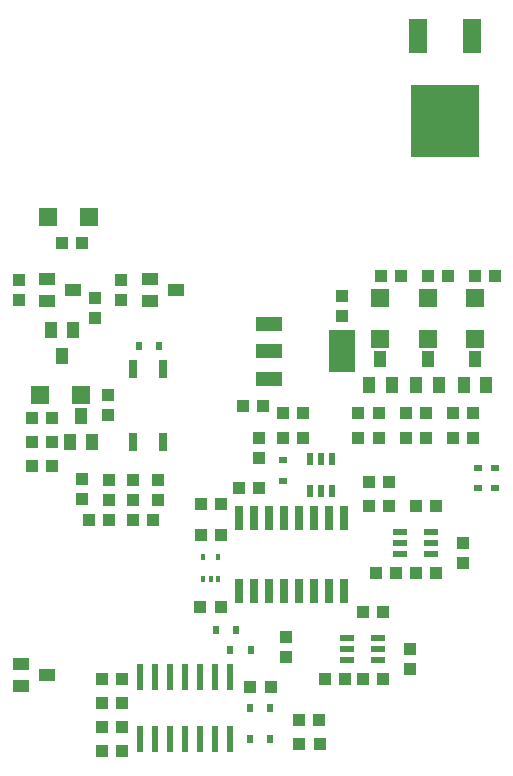
<source format=gtp>
G04 EAGLE Gerber RS-274X export*
G75*
%MOMM*%
%FSLAX34Y34*%
%LPD*%
%INSolderpaste Top*%
%IPPOS*%
%AMOC8*
5,1,8,0,0,1.08239X$1,22.5*%
G01*
%ADD10R,1.500000X1.500000*%
%ADD11R,1.100000X1.000000*%
%ADD12R,1.000000X1.100000*%
%ADD13R,0.600000X0.800000*%
%ADD14R,0.800000X0.600000*%
%ADD15R,0.600000X2.200000*%
%ADD16R,0.660400X2.032000*%
%ADD17R,1.220000X0.620000*%
%ADD18R,1.000000X1.400000*%
%ADD19R,1.400000X1.000000*%
%ADD20R,2.235200X1.219200*%
%ADD21R,2.200000X3.600000*%
%ADD22R,0.550000X1.000000*%
%ADD23R,1.600000X3.000000*%
%ADD24R,5.800000X6.200000*%
%ADD25R,0.420000X0.600000*%
%ADD26R,0.800000X1.500000*%


D10*
X375065Y427500D03*
X375065Y462500D03*
D11*
X182700Y200800D03*
X199700Y200800D03*
X215600Y301300D03*
X232600Y301300D03*
X320000Y196100D03*
X337000Y196100D03*
X364900Y286600D03*
X381900Y286600D03*
D12*
X232000Y327100D03*
X232000Y344100D03*
D11*
X142300Y274600D03*
X125300Y274600D03*
D12*
X302719Y463670D03*
X302719Y446670D03*
D11*
X235552Y370493D03*
X218552Y370493D03*
D13*
X195500Y181100D03*
X212500Y181100D03*
X208100Y164200D03*
X225100Y164200D03*
X241900Y89000D03*
X224900Y89000D03*
X241800Y115000D03*
X224800Y115000D03*
D14*
X252398Y307731D03*
X252398Y324731D03*
D15*
X195400Y141000D03*
X195400Y89000D03*
X208100Y141000D03*
X182700Y141000D03*
X170000Y141000D03*
X208100Y89000D03*
X182700Y89000D03*
X170000Y89000D03*
X144600Y141000D03*
X144600Y89000D03*
X157300Y141000D03*
X131900Y141000D03*
X157300Y89000D03*
X131900Y89000D03*
D16*
X215550Y214266D03*
X215550Y275734D03*
X228250Y214266D03*
X240950Y214266D03*
X228250Y275734D03*
X240950Y275734D03*
X253650Y214266D03*
X253650Y275734D03*
X266350Y214266D03*
X266350Y275734D03*
X279050Y214266D03*
X291750Y214266D03*
X279050Y275734D03*
X291750Y275734D03*
X304450Y214266D03*
X304450Y275734D03*
D17*
X307000Y174500D03*
X307000Y165000D03*
X307000Y155500D03*
X333000Y155500D03*
X333000Y165000D03*
X333000Y174500D03*
X352000Y264500D03*
X352000Y255000D03*
X352000Y245500D03*
X378000Y245500D03*
X378000Y255000D03*
X378000Y264500D03*
D10*
X53769Y530993D03*
X88769Y530993D03*
D18*
X65347Y413286D03*
X55847Y435286D03*
X74847Y435286D03*
D19*
X161647Y469186D03*
X139647Y459686D03*
X139647Y478686D03*
X74847Y469186D03*
X52847Y459686D03*
X52847Y478686D03*
D18*
X415065Y411000D03*
X424565Y389000D03*
X405565Y389000D03*
X375065Y411000D03*
X384565Y389000D03*
X365565Y389000D03*
X335065Y411000D03*
X344565Y389000D03*
X325565Y389000D03*
X81387Y362620D03*
X90887Y340620D03*
X71887Y340620D03*
D19*
X52550Y143300D03*
X30550Y133800D03*
X30550Y152800D03*
D12*
X116268Y119278D03*
X99268Y119278D03*
D11*
X28847Y460686D03*
X28847Y477686D03*
X93847Y445686D03*
X93847Y462686D03*
X115647Y477686D03*
X115647Y460686D03*
D12*
X252400Y364700D03*
X269400Y364700D03*
X269500Y344100D03*
X252500Y344100D03*
X325200Y286500D03*
X342200Y286500D03*
X342200Y306800D03*
X325200Y306800D03*
D11*
X405000Y237900D03*
X405000Y254900D03*
D12*
X365100Y229300D03*
X382100Y229300D03*
X99268Y139778D03*
X116268Y139778D03*
X348500Y229300D03*
X331500Y229300D03*
X356500Y365000D03*
X373500Y365000D03*
X316500Y365000D03*
X333500Y365000D03*
X396500Y365000D03*
X413500Y365000D03*
X396500Y344000D03*
X413500Y344000D03*
X316500Y344000D03*
X333500Y344000D03*
X356600Y344000D03*
X373600Y344000D03*
X335165Y480600D03*
X352165Y480600D03*
X375065Y480600D03*
X392065Y480600D03*
X415065Y480600D03*
X432065Y480600D03*
D11*
X146856Y291452D03*
X146856Y308452D03*
D12*
X56687Y320070D03*
X39687Y320070D03*
X56687Y340570D03*
X39687Y340570D03*
X39687Y360970D03*
X56687Y360970D03*
D11*
X125300Y291500D03*
X125300Y308500D03*
D12*
X82174Y508990D03*
X65174Y508990D03*
D11*
X82796Y291703D03*
X82796Y308703D03*
X255000Y175000D03*
X255000Y158000D03*
D12*
X266500Y105000D03*
X283500Y105000D03*
D11*
X359900Y148100D03*
X359900Y165100D03*
D12*
X320000Y140000D03*
X337000Y140000D03*
X305300Y140000D03*
X288300Y140000D03*
D10*
X81487Y380170D03*
X46487Y380170D03*
X335065Y427500D03*
X335065Y462500D03*
X415065Y427500D03*
X415065Y462500D03*
D20*
X240909Y440176D03*
X240909Y417062D03*
X240909Y393948D03*
D21*
X302887Y417062D03*
D11*
X88000Y274500D03*
X105000Y274500D03*
X105000Y291500D03*
X105000Y308500D03*
D14*
X417500Y318500D03*
X417500Y301500D03*
X432500Y318500D03*
X432500Y301500D03*
D22*
X285000Y326000D03*
X294500Y326000D03*
X275500Y326000D03*
X275500Y299000D03*
X294500Y299000D03*
X285000Y299000D03*
D12*
X283561Y84667D03*
X266561Y84667D03*
X242031Y132625D03*
X225031Y132625D03*
D23*
X412253Y684353D03*
X366553Y684353D03*
D24*
X389403Y612553D03*
D25*
X184965Y224335D03*
X191465Y224335D03*
X197965Y224335D03*
X184965Y243335D03*
X197965Y243335D03*
D26*
X125943Y340696D03*
X151343Y340696D03*
X151343Y402496D03*
X125943Y402496D03*
D11*
X104797Y363238D03*
X104797Y380238D03*
D13*
X130384Y421726D03*
X147384Y421726D03*
D12*
X116257Y98961D03*
X99257Y98961D03*
X99342Y78746D03*
X116342Y78746D03*
D11*
X200392Y261876D03*
X183392Y261876D03*
D12*
X200110Y287838D03*
X183110Y287838D03*
M02*

</source>
